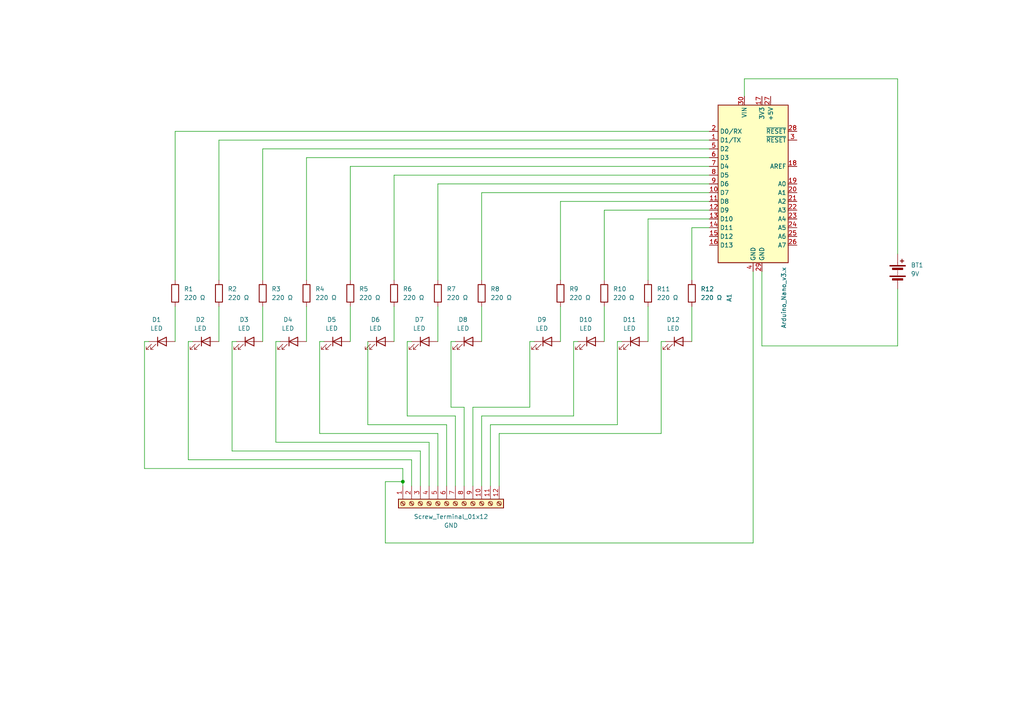
<source format=kicad_sch>
(kicad_sch (version 20230121) (generator eeschema)
  (paper "A4")
  (lib_symbols
    (symbol "Connector:Screw_Terminal_01x12" (pin_names (offset 1.016) hide)
      (property "Reference" "J" (at 0 15.24 0))
      (property "Value" "Screw_Terminal_01x12" (at 0 -17.78 0))
      (symbol "Screw_Terminal_01x12_1_1"
        (rectangle (start -1.27 13.97) (end 1.27 -16.51) (stroke (width 0.254)) (fill (type background)))
        (circle (center 0 -15.24) (radius 0.635) (stroke (width 0.1524)))
        (circle (center 0 -12.7) (radius 0.635) (stroke (width 0.1524)))
        (circle (center 0 -10.16) (radius 0.635) (stroke (width 0.1524)))
        (circle (center 0 -7.62) (radius 0.635) (stroke (width 0.1524)))
        (circle (center 0 -5.08) (radius 0.635) (stroke (width 0.1524)))
        (circle (center 0 -2.54) (radius 0.635) (stroke (width 0.1524)))
        (polyline (pts (xy -0.5334 -14.9098) (xy 0.3302 -15.748)) (stroke (width 0.1524)))
        (polyline (pts (xy -0.5334 -12.3698) (xy 0.3302 -13.208)) (stroke (width 0.1524)))
        (polyline (pts (xy -0.5334 -9.8298) (xy 0.3302 -10.668)) (stroke (width 0.1524)))
        (polyline (pts (xy -0.5334 -7.2898) (xy 0.3302 -8.128)) (stroke (width 0.1524)))
        (polyline (pts (xy -0.5334 -4.7498) (xy 0.3302 -5.588)) (stroke (width 0.1524)))
        (polyline (pts (xy -0.5334 -2.2098) (xy 0.3302 -3.048)) (stroke (width 0.1524)))
        (polyline (pts (xy -0.5334 0.3302) (xy 0.3302 -0.508)) (stroke (width 0.1524)))
        (polyline (pts (xy -0.5334 2.8702) (xy 0.3302 2.032)) (stroke (width 0.1524)))
        (polyline (pts (xy -0.5334 5.4102) (xy 0.3302 4.572)) (stroke (width 0.1524)))
        (polyline (pts (xy -0.5334 7.9502) (xy 0.3302 7.112)) (stroke (width 0.1524)))
        (polyline (pts (xy -0.5334 10.4902) (xy 0.3302 9.652)) (stroke (width 0.1524)))
        (polyline (pts (xy -0.5334 13.0302) (xy 0.3302 12.192)) (stroke (width 0.1524)))
        (polyline (pts (xy -0.3556 -14.732) (xy 0.508 -15.5702)) (stroke (width 0.1524)))
        (polyline (pts (xy -0.3556 -12.192) (xy 0.508 -13.0302)) (stroke (width 0.1524)))
        (polyline (pts (xy -0.3556 -9.652) (xy 0.508 -10.4902)) (stroke (width 0.1524)))
        (polyline (pts (xy -0.3556 -7.112) (xy 0.508 -7.9502)) (stroke (width 0.1524)))
        (polyline (pts (xy -0.3556 -4.572) (xy 0.508 -5.4102)) (stroke (width 0.1524)))
        (polyline (pts (xy -0.3556 -2.032) (xy 0.508 -2.8702)) (stroke (width 0.1524)))
        (polyline (pts (xy -0.3556 0.508) (xy 0.508 -0.3302)) (stroke (width 0.1524)))
        (polyline (pts (xy -0.3556 3.048) (xy 0.508 2.2098)) (stroke (width 0.1524)))
        (polyline (pts (xy -0.3556 5.588) (xy 0.508 4.7498)) (stroke (width 0.1524)))
        (polyline (pts (xy -0.3556 8.128) (xy 0.508 7.2898)) (stroke (width 0.1524)))
        (polyline (pts (xy -0.3556 10.668) (xy 0.508 9.8298)) (stroke (width 0.1524)))
        (polyline (pts (xy -0.3556 13.208) (xy 0.508 12.3698)) (stroke (width 0.1524)))
        (circle (center 0 0) (radius 0.635) (stroke (width 0.1524)))
        (circle (center 0 2.54) (radius 0.635) (stroke (width 0.1524)))
        (circle (center 0 5.08) (radius 0.635) (stroke (width 0.1524)))
        (circle (center 0 7.62) (radius 0.635) (stroke (width 0.1524)))
        (circle (center 0 10.16) (radius 0.635) (stroke (width 0.1524)))
        (circle (center 0 12.7) (radius 0.635) (stroke (width 0.1524)))
        (pin passive line (at -5.08 12.7 0) (length 3.81) (name "Pin_1") (number "1"))
        (pin passive line (at -5.08 -10.16 0) (length 3.81) (name "Pin_10") (number "10"))
        (pin passive line (at -5.08 -12.7 0) (length 3.81) (name "Pin_11") (number "11"))
        (pin passive line (at -5.08 -15.24 0) (length 3.81) (name "Pin_12") (number "12"))
        (pin passive line (at -5.08 10.16 0) (length 3.81) (name "Pin_2") (number "2"))
        (pin passive line (at -5.08 7.62 0) (length 3.81) (name "Pin_3") (number "3"))
        (pin passive line (at -5.08 5.08 0) (length 3.81) (name "Pin_4") (number "4"))
        (pin passive line (at -5.08 2.54 0) (length 3.81) (name "Pin_5") (number "5"))
        (pin passive line (at -5.08 0 0) (length 3.81) (name "Pin_6") (number "6"))
        (pin passive line (at -5.08 -2.54 0) (length 3.81) (name "Pin_7") (number "7"))
        (pin passive line (at -5.08 -5.08 0) (length 3.81) (name "Pin_8") (number "8"))
        (pin passive line (at -5.08 -7.62 0) (length 3.81) (name "Pin_9") (number "9"))
      )
    )
    (symbol "Device:Battery" (pin_numbers hide) (pin_names (offset 0) hide)
      (property "Reference" "BT" (at 2.54 2.54 0))
      (property "Value" "Battery" (at 2.54 0 0))
      (symbol "Battery_0_1"
        (rectangle (start -2.286 -1.27) (end 2.286 -1.524) (fill (type outline)))
        (rectangle (start -2.286 1.778) (end 2.286 1.524) (fill (type outline)))
        (rectangle (start -1.524 -2.032) (end 1.524 -2.54) (fill (type outline)))
        (rectangle (start -1.524 1.016) (end 1.524 0.508) (fill (type outline)))
        (polyline (pts (xy 0 -1.016) (xy 0 -0.762)))
        (polyline (pts (xy 0 -0.508) (xy 0 -0.254)))
        (polyline (pts (xy 0 0) (xy 0 0.254)))
        (polyline (pts (xy 0 1.778) (xy 0 2.54)))
        (polyline (pts (xy 0.762 3.048) (xy 1.778 3.048)) (stroke (width 0.254)))
        (polyline (pts (xy 1.27 3.556) (xy 1.27 2.54)) (stroke (width 0.254)))
      )
      (symbol "Battery_1_1"
        (pin passive line (at 0 5.08 270) (length 2.54) (name "+") (number "1"))
        (pin passive line (at 0 -5.08 90) (length 2.54) (name "-") (number "2"))
      )
    )
    (symbol "Device:LED" (pin_numbers hide) (pin_names (offset 1.016) hide)
      (property "Reference" "D" (at 0 2.54 0))
      (property "Value" "LED" (at 0 -2.54 0))
      (symbol "LED_0_1"
        (polyline (pts (xy -1.27 -1.27) (xy -1.27 1.27)) (stroke (width 0.254)))
        (polyline (pts (xy -1.27 0) (xy 1.27 0)))
        (polyline (pts (xy 1.27 -1.27) (xy 1.27 1.27) (xy -1.27 0) (xy 1.27 -1.27)) (stroke (width 0.254)))
        (polyline (pts (xy -3.048 -0.762) (xy -4.572 -2.286) (xy -3.81 -2.286) (xy -4.572 -2.286) (xy -4.572 -1.524)))
        (polyline (pts (xy -1.778 -0.762) (xy -3.302 -2.286) (xy -2.54 -2.286) (xy -3.302 -2.286) (xy -3.302 -1.524)))
      )
      (symbol "LED_1_1"
        (pin passive line (at -3.81 0 0) (length 2.54) (name "K") (number "1"))
        (pin passive line (at 3.81 0 180) (length 2.54) (name "A") (number "2"))
      )
    )
    (symbol "Device:R" (pin_numbers hide) (pin_names (offset 0))
      (property "Reference" "R" (at 2.032 0 90))
      (property "Value" "R" (at 0 0 90))
      (symbol "R_0_1"
        (rectangle (start -1.016 -2.54) (end 1.016 2.54) (stroke (width 0.254)))
      )
      (symbol "R_1_1"
        (pin passive line (at 0 3.81 270) (length 1.27) (name "~") (number "1"))
        (pin passive line (at 0 -3.81 90) (length 1.27) (name "~") (number "2"))
      )
    )
    (symbol "MCU_Module:Arduino_Nano_v3.x"
      (property "Reference" "A" (at -10.16 23.495 0))
      (property "Value" "Arduino_Nano_v3.x" (at 5.08 -24.13 0))
      (symbol "Arduino_Nano_v3.x_0_1"
        (rectangle (start -10.16 22.86) (end 10.16 -22.86) (stroke (width 0.254)) (fill (type background)))
      )
      (symbol "Arduino_Nano_v3.x_1_1"
        (pin bidirectional line (at -12.7 12.7 0) (length 2.54) (name "D1/TX") (number "1"))
        (pin bidirectional line (at -12.7 -2.54 0) (length 2.54) (name "D7") (number "10"))
        (pin bidirectional line (at -12.7 -5.08 0) (length 2.54) (name "D8") (number "11"))
        (pin bidirectional line (at -12.7 -7.62 0) (length 2.54) (name "D9") (number "12"))
        (pin bidirectional line (at -12.7 -10.16 0) (length 2.54) (name "D10") (number "13"))
        (pin bidirectional line (at -12.7 -12.7 0) (length 2.54) (name "D11") (number "14"))
        (pin bidirectional line (at -12.7 -15.24 0) (length 2.54) (name "D12") (number "15"))
        (pin bidirectional line (at -12.7 -17.78 0) (length 2.54) (name "D13") (number "16"))
        (pin power_out line (at 2.54 25.4 270) (length 2.54) (name "3V3") (number "17"))
        (pin input line (at 12.7 5.08 180) (length 2.54) (name "AREF") (number "18"))
        (pin bidirectional line (at 12.7 0 180) (length 2.54) (name "A0") (number "19"))
        (pin bidirectional line (at -12.7 15.24 0) (length 2.54) (name "D0/RX") (number "2"))
        (pin bidirectional line (at 12.7 -2.54 180) (length 2.54) (name "A1") (number "20"))
        (pin bidirectional line (at 12.7 -5.08 180) (length 2.54) (name "A2") (number "21"))
        (pin bidirectional line (at 12.7 -7.62 180) (length 2.54) (name "A3") (number "22"))
        (pin bidirectional line (at 12.7 -10.16 180) (length 2.54) (name "A4") (number "23"))
        (pin bidirectional line (at 12.7 -12.7 180) (length 2.54) (name "A5") (number "24"))
        (pin bidirectional line (at 12.7 -15.24 180) (length 2.54) (name "A6") (number "25"))
        (pin bidirectional line (at 12.7 -17.78 180) (length 2.54) (name "A7") (number "26"))
        (pin power_out line (at 5.08 25.4 270) (length 2.54) (name "+5V") (number "27"))
        (pin input line (at 12.7 15.24 180) (length 2.54) (name "~{RESET}") (number "28"))
        (pin power_in line (at 2.54 -25.4 90) (length 2.54) (name "GND") (number "29"))
        (pin input line (at 12.7 12.7 180) (length 2.54) (name "~{RESET}") (number "3"))
        (pin power_in line (at -2.54 25.4 270) (length 2.54) (name "VIN") (number "30"))
        (pin power_in line (at 0 -25.4 90) (length 2.54) (name "GND") (number "4"))
        (pin bidirectional line (at -12.7 10.16 0) (length 2.54) (name "D2") (number "5"))
        (pin bidirectional line (at -12.7 7.62 0) (length 2.54) (name "D3") (number "6"))
        (pin bidirectional line (at -12.7 5.08 0) (length 2.54) (name "D4") (number "7"))
        (pin bidirectional line (at -12.7 2.54 0) (length 2.54) (name "D5") (number "8"))
        (pin bidirectional line (at -12.7 0 0) (length 2.54) (name "D6") (number "9"))
      )
    )
  )
  (junction (at 116.84 139.7))
  (wire (pts (xy 67.31 130.81) (xy 121.92 130.81)))
  (wire (pts (xy 114.3 81.28) (xy 114.3 50.8)))
  (wire (pts (xy 50.8 88.9) (xy 50.8 99.06)))
  (wire (pts (xy 260.35 22.86) (xy 260.35 73.66)))
  (wire (pts (xy 187.96 81.28) (xy 187.96 63.5)))
  (wire (pts (xy 118.11 99.06) (xy 118.11 120.65)))
  (wire (pts (xy 130.81 99.06) (xy 130.81 118.11)))
  (wire (pts (xy 191.77 125.73) (xy 144.78 125.73)))
  (wire (pts (xy 93.98 99.06) (xy 92.71 99.06)))
  (wire (pts (xy 88.9 81.28) (xy 88.9 45.72)))
  (wire (pts (xy 68.58 99.06) (xy 67.31 99.06)))
  (wire (pts (xy 54.61 133.35) (xy 119.38 133.35)))
  (wire (pts (xy 116.84 139.7) (xy 111.76 139.7)))
  (wire (pts (xy 101.6 81.28) (xy 101.6 48.26)))
  (wire (pts (xy 130.81 118.11) (xy 134.62 118.11)))
  (wire (pts (xy 127 88.9) (xy 127 99.06)))
  (wire (pts (xy 215.9 27.94) (xy 215.9 22.86)))
  (wire (pts (xy 142.24 123.19) (xy 142.24 140.97)))
  (wire (pts (xy 81.28 99.06) (xy 80.01 99.06)))
  (wire (pts (xy 137.16 118.11) (xy 153.67 118.11)))
  (wire (pts (xy 200.66 88.9) (xy 200.66 99.06)))
  (wire (pts (xy 200.66 81.28) (xy 200.66 66.04)))
  (wire (pts (xy 220.98 100.33) (xy 260.35 100.33)))
  (wire (pts (xy 41.91 135.89) (xy 116.84 135.89)))
  (wire (pts (xy 80.01 128.27) (xy 124.46 128.27)))
  (wire (pts (xy 139.7 120.65) (xy 139.7 140.97)))
  (wire (pts (xy 166.37 99.06) (xy 167.64 99.06)))
  (wire (pts (xy 175.26 88.9) (xy 175.26 99.06)))
  (wire (pts (xy 137.16 140.97) (xy 137.16 118.11)))
  (wire (pts (xy 43.18 99.06) (xy 41.91 99.06)))
  (wire (pts (xy 76.2 88.9) (xy 76.2 99.06)))
  (wire (pts (xy 88.9 45.72) (xy 205.74 45.72)))
  (wire (pts (xy 76.2 81.28) (xy 76.2 43.18)))
  (wire (pts (xy 175.26 81.28) (xy 175.26 60.96)))
  (wire (pts (xy 153.67 99.06) (xy 154.94 99.06)))
  (wire (pts (xy 139.7 81.28) (xy 139.7 55.88)))
  (wire (pts (xy 118.11 120.65) (xy 132.08 120.65)))
  (wire (pts (xy 127 81.28) (xy 127 53.34)))
  (wire (pts (xy 76.2 43.18) (xy 205.74 43.18)))
  (wire (pts (xy 132.08 120.65) (xy 132.08 140.97)))
  (wire (pts (xy 92.71 99.06) (xy 92.71 125.73)))
  (wire (pts (xy 166.37 99.06) (xy 166.37 120.65)))
  (wire (pts (xy 63.5 40.64) (xy 205.74 40.64)))
  (wire (pts (xy 54.61 99.06) (xy 54.61 133.35)))
  (wire (pts (xy 116.84 139.7) (xy 116.84 140.97)))
  (wire (pts (xy 175.26 60.96) (xy 205.74 60.96)))
  (wire (pts (xy 63.5 88.9) (xy 63.5 99.06)))
  (wire (pts (xy 101.6 48.26) (xy 205.74 48.26)))
  (wire (pts (xy 111.76 139.7) (xy 111.76 157.48)))
  (wire (pts (xy 106.68 123.19) (xy 129.54 123.19)))
  (wire (pts (xy 179.07 123.19) (xy 142.24 123.19)))
  (wire (pts (xy 260.35 100.33) (xy 260.35 83.82)))
  (wire (pts (xy 193.04 99.06) (xy 191.77 99.06)))
  (wire (pts (xy 129.54 123.19) (xy 129.54 140.97)))
  (wire (pts (xy 50.8 81.28) (xy 50.8 38.1)))
  (wire (pts (xy 220.98 78.74) (xy 220.98 100.33)))
  (wire (pts (xy 67.31 99.06) (xy 67.31 130.81)))
  (wire (pts (xy 116.84 135.89) (xy 116.84 139.7)))
  (wire (pts (xy 127 125.73) (xy 127 140.97)))
  (wire (pts (xy 111.76 157.48) (xy 218.44 157.48)))
  (wire (pts (xy 162.56 58.42) (xy 205.74 58.42)))
  (wire (pts (xy 162.56 88.9) (xy 162.56 99.06)))
  (wire (pts (xy 80.01 99.06) (xy 80.01 128.27)))
  (wire (pts (xy 144.78 125.73) (xy 144.78 140.97)))
  (wire (pts (xy 134.62 118.11) (xy 134.62 140.97)))
  (wire (pts (xy 139.7 55.88) (xy 205.74 55.88)))
  (wire (pts (xy 187.96 63.5) (xy 205.74 63.5)))
  (wire (pts (xy 180.34 99.06) (xy 179.07 99.06)))
  (wire (pts (xy 114.3 88.9) (xy 114.3 99.06)))
  (wire (pts (xy 119.38 99.06) (xy 118.11 99.06)))
  (wire (pts (xy 63.5 81.28) (xy 63.5 40.64)))
  (wire (pts (xy 153.67 118.11) (xy 153.67 99.06)))
  (wire (pts (xy 55.88 99.06) (xy 54.61 99.06)))
  (wire (pts (xy 166.37 120.65) (xy 139.7 120.65)))
  (wire (pts (xy 119.38 133.35) (xy 119.38 140.97)))
  (wire (pts (xy 88.9 88.9) (xy 88.9 99.06)))
  (wire (pts (xy 179.07 99.06) (xy 179.07 123.19)))
  (wire (pts (xy 124.46 128.27) (xy 124.46 140.97)))
  (wire (pts (xy 41.91 99.06) (xy 41.91 135.89)))
  (wire (pts (xy 130.81 99.06) (xy 132.08 99.06)))
  (wire (pts (xy 106.68 99.06) (xy 106.68 123.19)))
  (wire (pts (xy 50.8 38.1) (xy 205.74 38.1)))
  (wire (pts (xy 139.7 88.9) (xy 139.7 99.06)))
  (wire (pts (xy 101.6 88.9) (xy 101.6 99.06)))
  (wire (pts (xy 121.92 130.81) (xy 121.92 140.97)))
  (wire (pts (xy 162.56 81.28) (xy 162.56 58.42)))
  (wire (pts (xy 187.96 88.9) (xy 187.96 99.06)))
  (wire (pts (xy 127 53.34) (xy 205.74 53.34)))
  (wire (pts (xy 191.77 99.06) (xy 191.77 125.73)))
  (wire (pts (xy 114.3 50.8) (xy 205.74 50.8)))
  (wire (pts (xy 92.71 125.73) (xy 127 125.73)))
  (wire (pts (xy 200.66 66.04) (xy 205.74 66.04)))
  (wire (pts (xy 215.9 22.86) (xy 260.35 22.86)))
  (wire (pts (xy 218.44 78.74) (xy 218.44 157.48)))
  (symbol (lib_id "Device:Battery") (at 260.35 78.74 0) (unit 1)
    (property "Reference" "BT1" (at 264.16 76.8985 0) (effects (justify left)))
    (property "Value" "9V" (at 264.16 79.4385 0) (effects (justify left)))
  )
  (symbol (lib_id "Device:LED") (at 171.45 99.06 0) (unit 1)
    (property "Reference" "D10" (at 169.8625 92.71 0))
    (property "Value" "LED" (at 169.8625 95.25 0))
  )
  (symbol (lib_id "Device:LED") (at 123.19 99.06 0) (unit 1)
    (property "Reference" "D7" (at 121.6025 92.71 0))
    (property "Value" "LED" (at 121.6025 95.25 0))
  )
  (symbol (lib_id "Device:LED") (at 85.09 99.06 0) (unit 1)
    (property "Reference" "D4" (at 83.5025 92.71 0))
    (property "Value" "LED" (at 83.5025 95.25 0))
  )
  (symbol (lib_id "Device:LED") (at 72.39 99.06 0) (unit 1)
    (property "Reference" "D3" (at 70.8025 92.71 0))
    (property "Value" "LED" (at 70.8025 95.25 0))
  )
  (symbol (lib_id "Device:LED") (at 184.15 99.06 0) (unit 1)
    (property "Reference" "D11" (at 182.5625 92.71 0))
    (property "Value" "LED" (at 182.5625 95.25 0))
  )
  (symbol (lib_id "Device:LED") (at 59.69 99.06 0) (unit 1)
    (property "Reference" "D2" (at 58.1025 92.71 0))
    (property "Value" "LED" (at 58.1025 95.25 0))
  )
  (symbol (lib_id "Device:LED") (at 97.79 99.06 0) (unit 1)
    (property "Reference" "D5" (at 96.2025 92.71 0))
    (property "Value" "LED" (at 96.2025 95.25 0))
  )
  (symbol (lib_id "Connector:Screw_Terminal_01x12") (at 129.54 146.05 90) (mirror x) (unit 1)
    (property "Reference" "GND" (at 130.81 152.4 90))
    (property "Value" "Screw_Terminal_01x12" (at 130.81 149.86 90))
  )
  (symbol (lib_id "Device:R") (at 88.9 85.09 0) (unit 1)
    (property "Reference" "R4" (at 91.44 83.82 0) (effects (justify left)))
    (property "Value" "220 Ω" (at 91.44 86.36 0) (effects (justify left)))
  )
  (symbol (lib_id "Device:R") (at 200.66 85.09 0) (unit 1)
    (property "Reference" "R12" (at 203.2 83.82 0) (effects (justify left)))
    (property "Value" "220 Ω" (at 203.2 86.36 0) (effects (justify left)))
  )
  (symbol (lib_id "Device:R") (at 50.8 85.09 0) (unit 1)
    (property "Reference" "R1" (at 53.34 83.82 0) (effects (justify left)))
    (property "Value" "220 Ω" (at 53.34 86.36 0) (effects (justify left)))
  )
  (symbol (lib_id "Device:R") (at 139.7 85.09 0) (unit 1)
    (property "Reference" "R8" (at 142.24 83.82 0) (effects (justify left)))
    (property "Value" "220 Ω" (at 142.24 86.36 0) (effects (justify left)))
  )
  (symbol (lib_id "Device:LED") (at 158.75 99.06 0) (unit 1)
    (property "Reference" "D9" (at 157.1625 92.71 0))
    (property "Value" "LED" (at 157.1625 95.25 0))
  )
  (symbol (lib_id "Device:LED") (at 135.89 99.06 0) (unit 1)
    (property "Reference" "D8" (at 134.3025 92.71 0))
    (property "Value" "LED" (at 134.3025 95.25 0))
  )
  (symbol (lib_id "Device:R") (at 101.6 85.09 0) (unit 1)
    (property "Reference" "R5" (at 104.14 83.82 0) (effects (justify left)))
    (property "Value" "220 Ω" (at 104.14 86.36 0) (effects (justify left)))
  )
  (symbol (lib_id "Device:R") (at 162.56 85.09 0) (unit 1)
    (property "Reference" "R9" (at 165.1 83.82 0) (effects (justify left)))
    (property "Value" "220 Ω" (at 165.1 86.36 0) (effects (justify left)))
  )
  (symbol (lib_id "Device:LED") (at 110.49 99.06 0) (unit 1)
    (property "Reference" "D6" (at 108.9025 92.71 0))
    (property "Value" "LED" (at 108.9025 95.25 0))
  )
  (symbol (lib_id "Device:R") (at 127 85.09 0) (unit 1)
    (property "Reference" "R7" (at 129.54 83.82 0) (effects (justify left)))
    (property "Value" "220 Ω" (at 129.54 86.36 0) (effects (justify left)))
  )
  (symbol (lib_id "Device:LED") (at 196.85 99.06 0) (unit 1)
    (property "Reference" "D12" (at 195.2625 92.71 0))
    (property "Value" "LED" (at 195.2625 95.25 0))
  )
  (symbol (lib_id "Device:LED") (at 46.99 99.06 0) (unit 1)
    (property "Reference" "D1" (at 45.4025 92.71 0))
    (property "Value" "LED" (at 45.4025 95.25 0))
  )
  (symbol (lib_id "Device:R") (at 187.96 85.09 0) (unit 1)
    (property "Reference" "R11" (at 190.5 83.82 0) (effects (justify left)))
    (property "Value" "220 Ω" (at 190.5 86.36 0) (effects (justify left)))
  )
  (symbol (lib_id "MCU_Module:Arduino_Nano_v3.x") (at 218.44 53.34 0) (unit 1)
    (property "Reference" "A1" (at 211.5119 86.36 90))
    (property "Value" "Arduino_Nano_v3.x" (at 227.33 86.36 90))
    (property "Footprint" "Module:Arduino_Nano" (effects hide))
    (property "Datasheet" "http://www.mouser.com/pdfdocs/Gravitech_Arduino_Nano3_0.pdf" (effects hide))
  )
  (symbol (lib_id "Device:R") (at 63.5 85.09 0) (unit 1)
    (property "Reference" "R2" (at 66.04 83.82 0) (effects (justify left)))
    (property "Value" "220 Ω" (at 66.04 86.36 0) (effects (justify left)))
  )
  (symbol (lib_id "Device:R") (at 175.26 85.09 0) (unit 1)
    (property "Reference" "R10" (at 177.8 83.82 0) (effects (justify left)))
    (property "Value" "220 Ω" (at 177.8 86.36 0) (effects (justify left)))
  )
  (symbol (lib_id "Device:R") (at 114.3 85.09 0) (unit 1)
    (property "Reference" "R6" (at 116.84 83.82 0) (effects (justify left)))
    (property "Value" "220 Ω" (at 116.84 86.36 0) (effects (justify left)))
  )
  (symbol (lib_id "Device:R") (at 76.2 85.09 0) (unit 1)
    (property "Reference" "R3" (at 78.74 83.82 0) (effects (justify left)))
    (property "Value" "220 Ω" (at 78.74 86.36 0) (effects (justify left)))
  )
)
</source>
